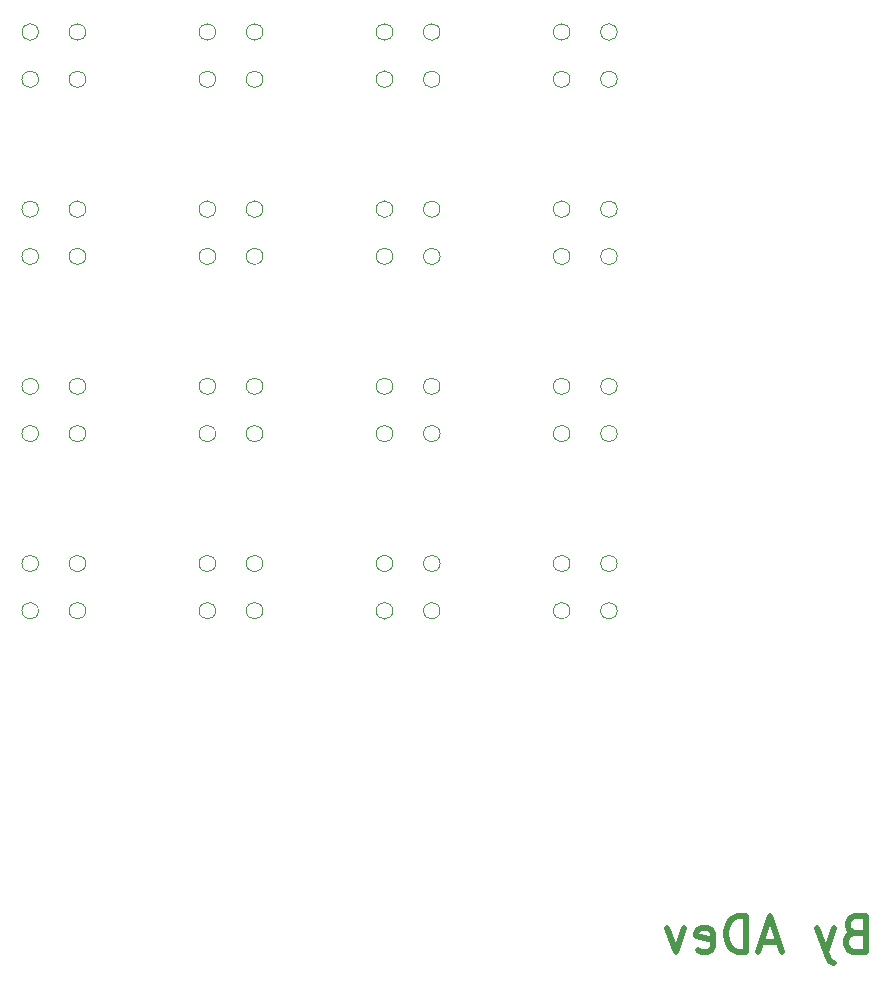
<source format=gbo>
G04 #@! TF.GenerationSoftware,KiCad,Pcbnew,8.0.1-unknown-202403172319~81f55dfc9c~ubuntu22.04.1*
G04 #@! TF.CreationDate,2024-03-25T12:05:19+00:00*
G04 #@! TF.ProjectId,LIS3DH_array,4c495333-4448-45f6-9172-7261792e6b69,rev?*
G04 #@! TF.SameCoordinates,Original*
G04 #@! TF.FileFunction,Legend,Bot*
G04 #@! TF.FilePolarity,Positive*
%FSLAX46Y46*%
G04 Gerber Fmt 4.6, Leading zero omitted, Abs format (unit mm)*
G04 Created by KiCad (PCBNEW 8.0.1-unknown-202403172319~81f55dfc9c~ubuntu22.04.1) date 2024-03-25 12:05:19*
%MOMM*%
%LPD*%
G01*
G04 APERTURE LIST*
%ADD10C,0.500000*%
%ADD11C,0.120000*%
%ADD12C,1.000000*%
G04 APERTURE END LIST*
D10*
X167785714Y-154290428D02*
X167357142Y-154433285D01*
X167357142Y-154433285D02*
X167214285Y-154576142D01*
X167214285Y-154576142D02*
X167071428Y-154861857D01*
X167071428Y-154861857D02*
X167071428Y-155290428D01*
X167071428Y-155290428D02*
X167214285Y-155576142D01*
X167214285Y-155576142D02*
X167357142Y-155719000D01*
X167357142Y-155719000D02*
X167642857Y-155861857D01*
X167642857Y-155861857D02*
X168785714Y-155861857D01*
X168785714Y-155861857D02*
X168785714Y-152861857D01*
X168785714Y-152861857D02*
X167785714Y-152861857D01*
X167785714Y-152861857D02*
X167500000Y-153004714D01*
X167500000Y-153004714D02*
X167357142Y-153147571D01*
X167357142Y-153147571D02*
X167214285Y-153433285D01*
X167214285Y-153433285D02*
X167214285Y-153719000D01*
X167214285Y-153719000D02*
X167357142Y-154004714D01*
X167357142Y-154004714D02*
X167500000Y-154147571D01*
X167500000Y-154147571D02*
X167785714Y-154290428D01*
X167785714Y-154290428D02*
X168785714Y-154290428D01*
X166071428Y-153861857D02*
X165357142Y-155861857D01*
X164642857Y-153861857D02*
X165357142Y-155861857D01*
X165357142Y-155861857D02*
X165642857Y-156576142D01*
X165642857Y-156576142D02*
X165785714Y-156719000D01*
X165785714Y-156719000D02*
X166071428Y-156861857D01*
X161357143Y-155004714D02*
X159928572Y-155004714D01*
X161642857Y-155861857D02*
X160642857Y-152861857D01*
X160642857Y-152861857D02*
X159642857Y-155861857D01*
X158642857Y-155861857D02*
X158642857Y-152861857D01*
X158642857Y-152861857D02*
X157928571Y-152861857D01*
X157928571Y-152861857D02*
X157500000Y-153004714D01*
X157500000Y-153004714D02*
X157214285Y-153290428D01*
X157214285Y-153290428D02*
X157071428Y-153576142D01*
X157071428Y-153576142D02*
X156928571Y-154147571D01*
X156928571Y-154147571D02*
X156928571Y-154576142D01*
X156928571Y-154576142D02*
X157071428Y-155147571D01*
X157071428Y-155147571D02*
X157214285Y-155433285D01*
X157214285Y-155433285D02*
X157500000Y-155719000D01*
X157500000Y-155719000D02*
X157928571Y-155861857D01*
X157928571Y-155861857D02*
X158642857Y-155861857D01*
X154500000Y-155719000D02*
X154785714Y-155861857D01*
X154785714Y-155861857D02*
X155357143Y-155861857D01*
X155357143Y-155861857D02*
X155642857Y-155719000D01*
X155642857Y-155719000D02*
X155785714Y-155433285D01*
X155785714Y-155433285D02*
X155785714Y-154290428D01*
X155785714Y-154290428D02*
X155642857Y-154004714D01*
X155642857Y-154004714D02*
X155357143Y-153861857D01*
X155357143Y-153861857D02*
X154785714Y-153861857D01*
X154785714Y-153861857D02*
X154500000Y-154004714D01*
X154500000Y-154004714D02*
X154357143Y-154290428D01*
X154357143Y-154290428D02*
X154357143Y-154576142D01*
X154357143Y-154576142D02*
X155785714Y-154861857D01*
X153357142Y-153861857D02*
X152642856Y-155861857D01*
X152642856Y-155861857D02*
X151928571Y-153861857D01*
D11*
X128700002Y-96999998D02*
G75*
G02*
X127300002Y-96999998I-700000J0D01*
G01*
X127300002Y-96999998D02*
G75*
G02*
X128700002Y-96999998I700000J0D01*
G01*
X98700002Y-78000002D02*
G75*
G02*
X97300002Y-78000002I-700000J0D01*
G01*
X97300002Y-78000002D02*
G75*
G02*
X98700002Y-78000002I700000J0D01*
G01*
X113700003Y-96999998D02*
G75*
G02*
X112300003Y-96999998I-700000J0D01*
G01*
X112300003Y-96999998D02*
G75*
G02*
X113700003Y-96999998I700000J0D01*
G01*
X102699998Y-81999998D02*
G75*
G02*
X101299998Y-81999998I-700000J0D01*
G01*
X101299998Y-81999998D02*
G75*
G02*
X102699998Y-81999998I700000J0D01*
G01*
X147699998Y-111999997D02*
G75*
G02*
X146299998Y-111999997I-700000J0D01*
G01*
X146299998Y-111999997D02*
G75*
G02*
X147699998Y-111999997I700000J0D01*
G01*
X113700002Y-123000003D02*
G75*
G02*
X112300002Y-123000003I-700000J0D01*
G01*
X112300002Y-123000003D02*
G75*
G02*
X113700002Y-123000003I700000J0D01*
G01*
X147699998Y-96999997D02*
G75*
G02*
X146299998Y-96999997I-700000J0D01*
G01*
X146299998Y-96999997D02*
G75*
G02*
X147699998Y-96999997I700000J0D01*
G01*
X132699998Y-126999997D02*
G75*
G02*
X131299998Y-126999997I-700000J0D01*
G01*
X131299998Y-126999997D02*
G75*
G02*
X132699998Y-126999997I700000J0D01*
G01*
X128700002Y-81999998D02*
G75*
G02*
X127300002Y-81999998I-700000J0D01*
G01*
X127300002Y-81999998D02*
G75*
G02*
X128700002Y-81999998I700000J0D01*
G01*
X113700002Y-108000003D02*
G75*
G02*
X112300002Y-108000003I-700000J0D01*
G01*
X112300002Y-108000003D02*
G75*
G02*
X113700002Y-108000003I700000J0D01*
G01*
X147699998Y-81999997D02*
G75*
G02*
X146299998Y-81999997I-700000J0D01*
G01*
X146299998Y-81999997D02*
G75*
G02*
X147699998Y-81999997I700000J0D01*
G01*
X147699997Y-108000002D02*
G75*
G02*
X146299997Y-108000002I-700000J0D01*
G01*
X146299997Y-108000002D02*
G75*
G02*
X147699997Y-108000002I700000J0D01*
G01*
X128700002Y-78000002D02*
G75*
G02*
X127300002Y-78000002I-700000J0D01*
G01*
X127300002Y-78000002D02*
G75*
G02*
X128700002Y-78000002I700000J0D01*
G01*
X117699997Y-108000002D02*
G75*
G02*
X116299997Y-108000002I-700000J0D01*
G01*
X116299997Y-108000002D02*
G75*
G02*
X117699997Y-108000002I700000J0D01*
G01*
X143700003Y-111999998D02*
G75*
G02*
X142300003Y-111999998I-700000J0D01*
G01*
X142300003Y-111999998D02*
G75*
G02*
X143700003Y-111999998I700000J0D01*
G01*
X98700003Y-111999998D02*
G75*
G02*
X97300003Y-111999998I-700000J0D01*
G01*
X97300003Y-111999998D02*
G75*
G02*
X98700003Y-111999998I700000J0D01*
G01*
X143700003Y-126999998D02*
G75*
G02*
X142300003Y-126999998I-700000J0D01*
G01*
X142300003Y-126999998D02*
G75*
G02*
X143700003Y-126999998I700000J0D01*
G01*
X132699998Y-78000002D02*
G75*
G02*
X131299998Y-78000002I-700000J0D01*
G01*
X131299998Y-78000002D02*
G75*
G02*
X132699998Y-78000002I700000J0D01*
G01*
X132699997Y-123000002D02*
G75*
G02*
X131299997Y-123000002I-700000J0D01*
G01*
X131299997Y-123000002D02*
G75*
G02*
X132699997Y-123000002I700000J0D01*
G01*
X117699998Y-81999998D02*
G75*
G02*
X116299998Y-81999998I-700000J0D01*
G01*
X116299998Y-81999998D02*
G75*
G02*
X117699998Y-81999998I700000J0D01*
G01*
X117699997Y-93000002D02*
G75*
G02*
X116299997Y-93000002I-700000J0D01*
G01*
X116299997Y-93000002D02*
G75*
G02*
X117699997Y-93000002I700000J0D01*
G01*
X117699998Y-126999997D02*
G75*
G02*
X116299998Y-126999997I-700000J0D01*
G01*
X116299998Y-126999997D02*
G75*
G02*
X117699998Y-126999997I700000J0D01*
G01*
X147699998Y-126999997D02*
G75*
G02*
X146299998Y-126999997I-700000J0D01*
G01*
X146299998Y-126999997D02*
G75*
G02*
X147699998Y-126999997I700000J0D01*
G01*
X132699998Y-93000002D02*
G75*
G02*
X131299998Y-93000002I-700000J0D01*
G01*
X131299998Y-93000002D02*
G75*
G02*
X132699998Y-93000002I700000J0D01*
G01*
X143700002Y-123000003D02*
G75*
G02*
X142300002Y-123000003I-700000J0D01*
G01*
X142300002Y-123000003D02*
G75*
G02*
X143700002Y-123000003I700000J0D01*
G01*
X132699998Y-81999998D02*
G75*
G02*
X131299998Y-81999998I-700000J0D01*
G01*
X131299998Y-81999998D02*
G75*
G02*
X132699998Y-81999998I700000J0D01*
G01*
X113700002Y-93000003D02*
G75*
G02*
X112300002Y-93000003I-700000J0D01*
G01*
X112300002Y-93000003D02*
G75*
G02*
X113700002Y-93000003I700000J0D01*
G01*
X102699998Y-96999997D02*
G75*
G02*
X101299998Y-96999997I-700000J0D01*
G01*
X101299998Y-96999997D02*
G75*
G02*
X102699998Y-96999997I700000J0D01*
G01*
X128700002Y-93000002D02*
G75*
G02*
X127300002Y-93000002I-700000J0D01*
G01*
X127300002Y-93000002D02*
G75*
G02*
X128700002Y-93000002I700000J0D01*
G01*
X128700003Y-126999998D02*
G75*
G02*
X127300003Y-126999998I-700000J0D01*
G01*
X127300003Y-126999998D02*
G75*
G02*
X128700003Y-126999998I700000J0D01*
G01*
X147699997Y-123000002D02*
G75*
G02*
X146299997Y-123000002I-700000J0D01*
G01*
X146299997Y-123000002D02*
G75*
G02*
X147699997Y-123000002I700000J0D01*
G01*
X113700002Y-81999998D02*
G75*
G02*
X112300002Y-81999998I-700000J0D01*
G01*
X112300002Y-81999998D02*
G75*
G02*
X113700002Y-81999998I700000J0D01*
G01*
X113700003Y-126999998D02*
G75*
G02*
X112300003Y-126999998I-700000J0D01*
G01*
X112300003Y-126999998D02*
G75*
G02*
X113700003Y-126999998I700000J0D01*
G01*
X143700002Y-78000003D02*
G75*
G02*
X142300002Y-78000003I-700000J0D01*
G01*
X142300002Y-78000003D02*
G75*
G02*
X143700002Y-78000003I700000J0D01*
G01*
X117699998Y-96999997D02*
G75*
G02*
X116299998Y-96999997I-700000J0D01*
G01*
X116299998Y-96999997D02*
G75*
G02*
X117699998Y-96999997I700000J0D01*
G01*
X98700003Y-96999998D02*
G75*
G02*
X97300003Y-96999998I-700000J0D01*
G01*
X97300003Y-96999998D02*
G75*
G02*
X98700003Y-96999998I700000J0D01*
G01*
X143700003Y-96999998D02*
G75*
G02*
X142300003Y-96999998I-700000J0D01*
G01*
X142300003Y-96999998D02*
G75*
G02*
X143700003Y-96999998I700000J0D01*
G01*
X117699997Y-123000002D02*
G75*
G02*
X116299997Y-123000002I-700000J0D01*
G01*
X116299997Y-123000002D02*
G75*
G02*
X117699997Y-123000002I700000J0D01*
G01*
X143700003Y-81999998D02*
G75*
G02*
X142300003Y-81999998I-700000J0D01*
G01*
X142300003Y-81999998D02*
G75*
G02*
X143700003Y-81999998I700000J0D01*
G01*
X147699997Y-93000002D02*
G75*
G02*
X146299997Y-93000002I-700000J0D01*
G01*
X146299997Y-93000002D02*
G75*
G02*
X147699997Y-93000002I700000J0D01*
G01*
X143700002Y-108000003D02*
G75*
G02*
X142300002Y-108000003I-700000J0D01*
G01*
X142300002Y-108000003D02*
G75*
G02*
X143700002Y-108000003I700000J0D01*
G01*
X102699998Y-126999997D02*
G75*
G02*
X101299998Y-126999997I-700000J0D01*
G01*
X101299998Y-126999997D02*
G75*
G02*
X102699998Y-126999997I700000J0D01*
G01*
X98700002Y-123000003D02*
G75*
G02*
X97300002Y-123000003I-700000J0D01*
G01*
X97300002Y-123000003D02*
G75*
G02*
X98700002Y-123000003I700000J0D01*
G01*
X102699998Y-78000002D02*
G75*
G02*
X101299998Y-78000002I-700000J0D01*
G01*
X101299998Y-78000002D02*
G75*
G02*
X102699998Y-78000002I700000J0D01*
G01*
X102699997Y-123000002D02*
G75*
G02*
X101299997Y-123000002I-700000J0D01*
G01*
X101299997Y-123000002D02*
G75*
G02*
X102699997Y-123000002I700000J0D01*
G01*
X98700002Y-93000003D02*
G75*
G02*
X97300002Y-93000003I-700000J0D01*
G01*
X97300002Y-93000003D02*
G75*
G02*
X98700002Y-93000003I700000J0D01*
G01*
X147699997Y-78000002D02*
G75*
G02*
X146299997Y-78000002I-700000J0D01*
G01*
X146299997Y-78000002D02*
G75*
G02*
X147699997Y-78000002I700000J0D01*
G01*
X143700002Y-93000003D02*
G75*
G02*
X142300002Y-93000003I-700000J0D01*
G01*
X142300002Y-93000003D02*
G75*
G02*
X143700002Y-93000003I700000J0D01*
G01*
X128700002Y-108000003D02*
G75*
G02*
X127300002Y-108000003I-700000J0D01*
G01*
X127300002Y-108000003D02*
G75*
G02*
X128700002Y-108000003I700000J0D01*
G01*
X102699997Y-93000002D02*
G75*
G02*
X101299997Y-93000002I-700000J0D01*
G01*
X101299997Y-93000002D02*
G75*
G02*
X102699997Y-93000002I700000J0D01*
G01*
X102699998Y-111999997D02*
G75*
G02*
X101299998Y-111999997I-700000J0D01*
G01*
X101299998Y-111999997D02*
G75*
G02*
X102699998Y-111999997I700000J0D01*
G01*
X113700003Y-111999998D02*
G75*
G02*
X112300003Y-111999998I-700000J0D01*
G01*
X112300003Y-111999998D02*
G75*
G02*
X113700003Y-111999998I700000J0D01*
G01*
X128700002Y-123000003D02*
G75*
G02*
X127300002Y-123000003I-700000J0D01*
G01*
X127300002Y-123000003D02*
G75*
G02*
X128700002Y-123000003I700000J0D01*
G01*
X128700003Y-111999998D02*
G75*
G02*
X127300003Y-111999998I-700000J0D01*
G01*
X127300003Y-111999998D02*
G75*
G02*
X128700003Y-111999998I700000J0D01*
G01*
X117699998Y-111999997D02*
G75*
G02*
X116299998Y-111999997I-700000J0D01*
G01*
X116299998Y-111999997D02*
G75*
G02*
X117699998Y-111999997I700000J0D01*
G01*
X117699998Y-78000002D02*
G75*
G02*
X116299998Y-78000002I-700000J0D01*
G01*
X116299998Y-78000002D02*
G75*
G02*
X117699998Y-78000002I700000J0D01*
G01*
X132699997Y-108000002D02*
G75*
G02*
X131299997Y-108000002I-700000J0D01*
G01*
X131299997Y-108000002D02*
G75*
G02*
X132699997Y-108000002I700000J0D01*
G01*
X102699997Y-108000002D02*
G75*
G02*
X101299997Y-108000002I-700000J0D01*
G01*
X101299997Y-108000002D02*
G75*
G02*
X102699997Y-108000002I700000J0D01*
G01*
X132699998Y-96999998D02*
G75*
G02*
X131299998Y-96999998I-700000J0D01*
G01*
X131299998Y-96999998D02*
G75*
G02*
X132699998Y-96999998I700000J0D01*
G01*
X132699998Y-111999997D02*
G75*
G02*
X131299998Y-111999997I-700000J0D01*
G01*
X131299998Y-111999997D02*
G75*
G02*
X132699998Y-111999997I700000J0D01*
G01*
X98700002Y-108000003D02*
G75*
G02*
X97300002Y-108000003I-700000J0D01*
G01*
X97300002Y-108000003D02*
G75*
G02*
X98700002Y-108000003I700000J0D01*
G01*
X98700003Y-126999998D02*
G75*
G02*
X97300003Y-126999998I-700000J0D01*
G01*
X97300003Y-126999998D02*
G75*
G02*
X98700003Y-126999998I700000J0D01*
G01*
X98700002Y-81999998D02*
G75*
G02*
X97300002Y-81999998I-700000J0D01*
G01*
X97300002Y-81999998D02*
G75*
G02*
X98700002Y-81999998I700000J0D01*
G01*
X113700002Y-78000002D02*
G75*
G02*
X112300002Y-78000002I-700000J0D01*
G01*
X112300002Y-78000002D02*
G75*
G02*
X113700002Y-78000002I700000J0D01*
G01*
%LPC*%
D12*
X128000002Y-96999998D03*
X98000002Y-78000002D03*
X113000003Y-96999998D03*
X101999998Y-81999998D03*
X146999998Y-111999997D03*
X113000002Y-123000003D03*
X146999998Y-96999997D03*
X131999998Y-126999997D03*
X128000002Y-81999998D03*
X113000002Y-108000003D03*
X146999998Y-81999997D03*
X146999997Y-108000002D03*
X128000002Y-78000002D03*
X116999997Y-108000002D03*
X143000003Y-111999998D03*
X98000003Y-111999998D03*
X143000003Y-126999998D03*
X131999998Y-78000002D03*
X131999997Y-123000002D03*
X116999998Y-81999998D03*
X116999997Y-93000002D03*
X116999998Y-126999997D03*
X146999998Y-126999997D03*
X131999998Y-93000002D03*
X143000002Y-123000003D03*
X131999998Y-81999998D03*
X113000002Y-93000003D03*
X101999998Y-96999997D03*
X128000002Y-93000002D03*
X128000003Y-126999998D03*
X146999997Y-123000002D03*
X113000002Y-81999998D03*
X113000003Y-126999998D03*
X143000002Y-78000003D03*
X116999998Y-96999997D03*
X98000003Y-96999998D03*
X143000003Y-96999998D03*
X116999997Y-123000002D03*
X143000003Y-81999998D03*
X146999997Y-93000002D03*
X143000002Y-108000003D03*
X101999998Y-126999997D03*
X98000002Y-123000003D03*
X101999998Y-78000002D03*
X101999997Y-123000002D03*
X98000002Y-93000003D03*
X146999997Y-78000002D03*
X143000002Y-93000003D03*
X128000002Y-108000003D03*
X101999997Y-93000002D03*
X101999998Y-111999997D03*
X113000003Y-111999998D03*
X128000002Y-123000003D03*
X128000003Y-111999998D03*
X116999998Y-111999997D03*
X116999998Y-78000002D03*
X131999997Y-108000002D03*
X101999997Y-108000002D03*
X131999998Y-96999998D03*
X131999998Y-111999997D03*
X98000002Y-108000003D03*
X98000003Y-126999998D03*
X98000002Y-81999998D03*
X113000002Y-78000002D03*
%LPD*%
M02*

</source>
